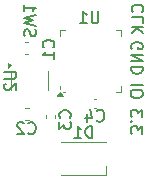
<source format=gbr>
%TF.GenerationSoftware,KiCad,Pcbnew,8.0.4*%
%TF.CreationDate,2024-07-28T22:04:51+02:00*%
%TF.ProjectId,miniCO2,6d696e69-434f-4322-9e6b-696361645f70,rev?*%
%TF.SameCoordinates,Original*%
%TF.FileFunction,Legend,Bot*%
%TF.FilePolarity,Positive*%
%FSLAX46Y46*%
G04 Gerber Fmt 4.6, Leading zero omitted, Abs format (unit mm)*
G04 Created by KiCad (PCBNEW 8.0.4) date 2024-07-28 22:04:51*
%MOMM*%
%LPD*%
G01*
G04 APERTURE LIST*
%ADD10C,0.150000*%
%ADD11C,0.120000*%
G04 APERTURE END LIST*
D10*
X146459580Y-84093207D02*
X146507200Y-84045588D01*
X146507200Y-84045588D02*
X146554819Y-83902731D01*
X146554819Y-83902731D02*
X146554819Y-83807493D01*
X146554819Y-83807493D02*
X146507200Y-83664636D01*
X146507200Y-83664636D02*
X146411961Y-83569398D01*
X146411961Y-83569398D02*
X146316723Y-83521779D01*
X146316723Y-83521779D02*
X146126247Y-83474160D01*
X146126247Y-83474160D02*
X145983390Y-83474160D01*
X145983390Y-83474160D02*
X145792914Y-83521779D01*
X145792914Y-83521779D02*
X145697676Y-83569398D01*
X145697676Y-83569398D02*
X145602438Y-83664636D01*
X145602438Y-83664636D02*
X145554819Y-83807493D01*
X145554819Y-83807493D02*
X145554819Y-83902731D01*
X145554819Y-83902731D02*
X145602438Y-84045588D01*
X145602438Y-84045588D02*
X145650057Y-84093207D01*
X146554819Y-84997969D02*
X146554819Y-84521779D01*
X146554819Y-84521779D02*
X145554819Y-84521779D01*
X146554819Y-85331303D02*
X145554819Y-85331303D01*
X146554819Y-85902731D02*
X145983390Y-85474160D01*
X145554819Y-85902731D02*
X146126247Y-85331303D01*
X145555438Y-87220588D02*
X145507819Y-87125350D01*
X145507819Y-87125350D02*
X145507819Y-86982493D01*
X145507819Y-86982493D02*
X145555438Y-86839636D01*
X145555438Y-86839636D02*
X145650676Y-86744398D01*
X145650676Y-86744398D02*
X145745914Y-86696779D01*
X145745914Y-86696779D02*
X145936390Y-86649160D01*
X145936390Y-86649160D02*
X146079247Y-86649160D01*
X146079247Y-86649160D02*
X146269723Y-86696779D01*
X146269723Y-86696779D02*
X146364961Y-86744398D01*
X146364961Y-86744398D02*
X146460200Y-86839636D01*
X146460200Y-86839636D02*
X146507819Y-86982493D01*
X146507819Y-86982493D02*
X146507819Y-87077731D01*
X146507819Y-87077731D02*
X146460200Y-87220588D01*
X146460200Y-87220588D02*
X146412580Y-87268207D01*
X146412580Y-87268207D02*
X146079247Y-87268207D01*
X146079247Y-87268207D02*
X146079247Y-87077731D01*
X146507819Y-87696779D02*
X145507819Y-87696779D01*
X145507819Y-87696779D02*
X146507819Y-88268207D01*
X146507819Y-88268207D02*
X145507819Y-88268207D01*
X146507819Y-88744398D02*
X145507819Y-88744398D01*
X145507819Y-88744398D02*
X145507819Y-88982493D01*
X145507819Y-88982493D02*
X145555438Y-89125350D01*
X145555438Y-89125350D02*
X145650676Y-89220588D01*
X145650676Y-89220588D02*
X145745914Y-89268207D01*
X145745914Y-89268207D02*
X145936390Y-89315826D01*
X145936390Y-89315826D02*
X146079247Y-89315826D01*
X146079247Y-89315826D02*
X146269723Y-89268207D01*
X146269723Y-89268207D02*
X146364961Y-89220588D01*
X146364961Y-89220588D02*
X146460200Y-89125350D01*
X146460200Y-89125350D02*
X146507819Y-88982493D01*
X146507819Y-88982493D02*
X146507819Y-88744398D01*
X146478619Y-90252779D02*
X145478619Y-90252779D01*
X145478619Y-90919445D02*
X145478619Y-91109921D01*
X145478619Y-91109921D02*
X145526238Y-91205159D01*
X145526238Y-91205159D02*
X145621476Y-91300397D01*
X145621476Y-91300397D02*
X145811952Y-91348016D01*
X145811952Y-91348016D02*
X146145285Y-91348016D01*
X146145285Y-91348016D02*
X146335761Y-91300397D01*
X146335761Y-91300397D02*
X146431000Y-91205159D01*
X146431000Y-91205159D02*
X146478619Y-91109921D01*
X146478619Y-91109921D02*
X146478619Y-90919445D01*
X146478619Y-90919445D02*
X146431000Y-90824207D01*
X146431000Y-90824207D02*
X146335761Y-90728969D01*
X146335761Y-90728969D02*
X146145285Y-90681350D01*
X146145285Y-90681350D02*
X145811952Y-90681350D01*
X145811952Y-90681350D02*
X145621476Y-90728969D01*
X145621476Y-90728969D02*
X145526238Y-90824207D01*
X145526238Y-90824207D02*
X145478619Y-90919445D01*
X146468980Y-94398858D02*
X146468980Y-93779811D01*
X146468980Y-93779811D02*
X146088028Y-94113144D01*
X146088028Y-94113144D02*
X146088028Y-93970287D01*
X146088028Y-93970287D02*
X146040409Y-93875049D01*
X146040409Y-93875049D02*
X145992790Y-93827430D01*
X145992790Y-93827430D02*
X145897552Y-93779811D01*
X145897552Y-93779811D02*
X145659457Y-93779811D01*
X145659457Y-93779811D02*
X145564219Y-93827430D01*
X145564219Y-93827430D02*
X145516600Y-93875049D01*
X145516600Y-93875049D02*
X145468980Y-93970287D01*
X145468980Y-93970287D02*
X145468980Y-94256001D01*
X145468980Y-94256001D02*
X145516600Y-94351239D01*
X145516600Y-94351239D02*
X145564219Y-94398858D01*
X145564219Y-93351239D02*
X145516600Y-93303620D01*
X145516600Y-93303620D02*
X145468980Y-93351239D01*
X145468980Y-93351239D02*
X145516600Y-93398858D01*
X145516600Y-93398858D02*
X145564219Y-93351239D01*
X145564219Y-93351239D02*
X145468980Y-93351239D01*
X146468980Y-92970287D02*
X146468980Y-92351240D01*
X146468980Y-92351240D02*
X146088028Y-92684573D01*
X146088028Y-92684573D02*
X146088028Y-92541716D01*
X146088028Y-92541716D02*
X146040409Y-92446478D01*
X146040409Y-92446478D02*
X145992790Y-92398859D01*
X145992790Y-92398859D02*
X145897552Y-92351240D01*
X145897552Y-92351240D02*
X145659457Y-92351240D01*
X145659457Y-92351240D02*
X145564219Y-92398859D01*
X145564219Y-92398859D02*
X145516600Y-92446478D01*
X145516600Y-92446478D02*
X145468980Y-92541716D01*
X145468980Y-92541716D02*
X145468980Y-92827430D01*
X145468980Y-92827430D02*
X145516600Y-92922668D01*
X145516600Y-92922668D02*
X145564219Y-92970287D01*
X142747904Y-84036819D02*
X142747904Y-84846342D01*
X142747904Y-84846342D02*
X142700285Y-84941580D01*
X142700285Y-84941580D02*
X142652666Y-84989200D01*
X142652666Y-84989200D02*
X142557428Y-85036819D01*
X142557428Y-85036819D02*
X142366952Y-85036819D01*
X142366952Y-85036819D02*
X142271714Y-84989200D01*
X142271714Y-84989200D02*
X142224095Y-84941580D01*
X142224095Y-84941580D02*
X142176476Y-84846342D01*
X142176476Y-84846342D02*
X142176476Y-84036819D01*
X141176476Y-85036819D02*
X141747904Y-85036819D01*
X141462190Y-85036819D02*
X141462190Y-84036819D01*
X141462190Y-84036819D02*
X141557428Y-84179676D01*
X141557428Y-84179676D02*
X141652666Y-84274914D01*
X141652666Y-84274914D02*
X141747904Y-84322533D01*
X136498800Y-86147220D02*
X136451180Y-86004363D01*
X136451180Y-86004363D02*
X136451180Y-85766268D01*
X136451180Y-85766268D02*
X136498800Y-85671030D01*
X136498800Y-85671030D02*
X136546419Y-85623411D01*
X136546419Y-85623411D02*
X136641657Y-85575792D01*
X136641657Y-85575792D02*
X136736895Y-85575792D01*
X136736895Y-85575792D02*
X136832133Y-85623411D01*
X136832133Y-85623411D02*
X136879752Y-85671030D01*
X136879752Y-85671030D02*
X136927371Y-85766268D01*
X136927371Y-85766268D02*
X136974990Y-85956744D01*
X136974990Y-85956744D02*
X137022609Y-86051982D01*
X137022609Y-86051982D02*
X137070228Y-86099601D01*
X137070228Y-86099601D02*
X137165466Y-86147220D01*
X137165466Y-86147220D02*
X137260704Y-86147220D01*
X137260704Y-86147220D02*
X137355942Y-86099601D01*
X137355942Y-86099601D02*
X137403561Y-86051982D01*
X137403561Y-86051982D02*
X137451180Y-85956744D01*
X137451180Y-85956744D02*
X137451180Y-85718649D01*
X137451180Y-85718649D02*
X137403561Y-85575792D01*
X137451180Y-85242458D02*
X136451180Y-85004363D01*
X136451180Y-85004363D02*
X137165466Y-84813887D01*
X137165466Y-84813887D02*
X136451180Y-84623411D01*
X136451180Y-84623411D02*
X137451180Y-84385316D01*
X136451180Y-83480554D02*
X136451180Y-84051982D01*
X136451180Y-83766268D02*
X137451180Y-83766268D01*
X137451180Y-83766268D02*
X137308323Y-83861506D01*
X137308323Y-83861506D02*
X137213085Y-83956744D01*
X137213085Y-83956744D02*
X137165466Y-84051982D01*
X142216094Y-94749419D02*
X142216094Y-93749419D01*
X142216094Y-93749419D02*
X141977999Y-93749419D01*
X141977999Y-93749419D02*
X141835142Y-93797038D01*
X141835142Y-93797038D02*
X141739904Y-93892276D01*
X141739904Y-93892276D02*
X141692285Y-93987514D01*
X141692285Y-93987514D02*
X141644666Y-94177990D01*
X141644666Y-94177990D02*
X141644666Y-94320847D01*
X141644666Y-94320847D02*
X141692285Y-94511323D01*
X141692285Y-94511323D02*
X141739904Y-94606561D01*
X141739904Y-94606561D02*
X141835142Y-94701800D01*
X141835142Y-94701800D02*
X141977999Y-94749419D01*
X141977999Y-94749419D02*
X142216094Y-94749419D01*
X140692285Y-94749419D02*
X141263713Y-94749419D01*
X140977999Y-94749419D02*
X140977999Y-93749419D01*
X140977999Y-93749419D02*
X141073237Y-93892276D01*
X141073237Y-93892276D02*
X141168475Y-93987514D01*
X141168475Y-93987514D02*
X141263713Y-94035133D01*
X134785019Y-89154095D02*
X135594542Y-89154095D01*
X135594542Y-89154095D02*
X135689780Y-89201714D01*
X135689780Y-89201714D02*
X135737400Y-89249333D01*
X135737400Y-89249333D02*
X135785019Y-89344571D01*
X135785019Y-89344571D02*
X135785019Y-89535047D01*
X135785019Y-89535047D02*
X135737400Y-89630285D01*
X135737400Y-89630285D02*
X135689780Y-89677904D01*
X135689780Y-89677904D02*
X135594542Y-89725523D01*
X135594542Y-89725523D02*
X134785019Y-89725523D01*
X134880257Y-90154095D02*
X134832638Y-90201714D01*
X134832638Y-90201714D02*
X134785019Y-90296952D01*
X134785019Y-90296952D02*
X134785019Y-90535047D01*
X134785019Y-90535047D02*
X134832638Y-90630285D01*
X134832638Y-90630285D02*
X134880257Y-90677904D01*
X134880257Y-90677904D02*
X134975495Y-90725523D01*
X134975495Y-90725523D02*
X135070733Y-90725523D01*
X135070733Y-90725523D02*
X135213590Y-90677904D01*
X135213590Y-90677904D02*
X135785019Y-90106476D01*
X135785019Y-90106476D02*
X135785019Y-90725523D01*
X136818666Y-94339580D02*
X136866285Y-94387200D01*
X136866285Y-94387200D02*
X137009142Y-94434819D01*
X137009142Y-94434819D02*
X137104380Y-94434819D01*
X137104380Y-94434819D02*
X137247237Y-94387200D01*
X137247237Y-94387200D02*
X137342475Y-94291961D01*
X137342475Y-94291961D02*
X137390094Y-94196723D01*
X137390094Y-94196723D02*
X137437713Y-94006247D01*
X137437713Y-94006247D02*
X137437713Y-93863390D01*
X137437713Y-93863390D02*
X137390094Y-93672914D01*
X137390094Y-93672914D02*
X137342475Y-93577676D01*
X137342475Y-93577676D02*
X137247237Y-93482438D01*
X137247237Y-93482438D02*
X137104380Y-93434819D01*
X137104380Y-93434819D02*
X137009142Y-93434819D01*
X137009142Y-93434819D02*
X136866285Y-93482438D01*
X136866285Y-93482438D02*
X136818666Y-93530057D01*
X136437713Y-93530057D02*
X136390094Y-93482438D01*
X136390094Y-93482438D02*
X136294856Y-93434819D01*
X136294856Y-93434819D02*
X136056761Y-93434819D01*
X136056761Y-93434819D02*
X135961523Y-93482438D01*
X135961523Y-93482438D02*
X135913904Y-93530057D01*
X135913904Y-93530057D02*
X135866285Y-93625295D01*
X135866285Y-93625295D02*
X135866285Y-93720533D01*
X135866285Y-93720533D02*
X135913904Y-93863390D01*
X135913904Y-93863390D02*
X136485332Y-94434819D01*
X136485332Y-94434819D02*
X135866285Y-94434819D01*
X140313580Y-93051333D02*
X140361200Y-93003714D01*
X140361200Y-93003714D02*
X140408819Y-92860857D01*
X140408819Y-92860857D02*
X140408819Y-92765619D01*
X140408819Y-92765619D02*
X140361200Y-92622762D01*
X140361200Y-92622762D02*
X140265961Y-92527524D01*
X140265961Y-92527524D02*
X140170723Y-92479905D01*
X140170723Y-92479905D02*
X139980247Y-92432286D01*
X139980247Y-92432286D02*
X139837390Y-92432286D01*
X139837390Y-92432286D02*
X139646914Y-92479905D01*
X139646914Y-92479905D02*
X139551676Y-92527524D01*
X139551676Y-92527524D02*
X139456438Y-92622762D01*
X139456438Y-92622762D02*
X139408819Y-92765619D01*
X139408819Y-92765619D02*
X139408819Y-92860857D01*
X139408819Y-92860857D02*
X139456438Y-93003714D01*
X139456438Y-93003714D02*
X139504057Y-93051333D01*
X139408819Y-93384667D02*
X139408819Y-94003714D01*
X139408819Y-94003714D02*
X139789771Y-93670381D01*
X139789771Y-93670381D02*
X139789771Y-93813238D01*
X139789771Y-93813238D02*
X139837390Y-93908476D01*
X139837390Y-93908476D02*
X139885009Y-93956095D01*
X139885009Y-93956095D02*
X139980247Y-94003714D01*
X139980247Y-94003714D02*
X140218342Y-94003714D01*
X140218342Y-94003714D02*
X140313580Y-93956095D01*
X140313580Y-93956095D02*
X140361200Y-93908476D01*
X140361200Y-93908476D02*
X140408819Y-93813238D01*
X140408819Y-93813238D02*
X140408819Y-93527524D01*
X140408819Y-93527524D02*
X140361200Y-93432286D01*
X140361200Y-93432286D02*
X140313580Y-93384667D01*
X138916580Y-87082333D02*
X138964200Y-87034714D01*
X138964200Y-87034714D02*
X139011819Y-86891857D01*
X139011819Y-86891857D02*
X139011819Y-86796619D01*
X139011819Y-86796619D02*
X138964200Y-86653762D01*
X138964200Y-86653762D02*
X138868961Y-86558524D01*
X138868961Y-86558524D02*
X138773723Y-86510905D01*
X138773723Y-86510905D02*
X138583247Y-86463286D01*
X138583247Y-86463286D02*
X138440390Y-86463286D01*
X138440390Y-86463286D02*
X138249914Y-86510905D01*
X138249914Y-86510905D02*
X138154676Y-86558524D01*
X138154676Y-86558524D02*
X138059438Y-86653762D01*
X138059438Y-86653762D02*
X138011819Y-86796619D01*
X138011819Y-86796619D02*
X138011819Y-86891857D01*
X138011819Y-86891857D02*
X138059438Y-87034714D01*
X138059438Y-87034714D02*
X138107057Y-87082333D01*
X139011819Y-88034714D02*
X139011819Y-87463286D01*
X139011819Y-87749000D02*
X138011819Y-87749000D01*
X138011819Y-87749000D02*
X138154676Y-87653762D01*
X138154676Y-87653762D02*
X138249914Y-87558524D01*
X138249914Y-87558524D02*
X138297533Y-87463286D01*
X142609866Y-93272780D02*
X142657485Y-93320400D01*
X142657485Y-93320400D02*
X142800342Y-93368019D01*
X142800342Y-93368019D02*
X142895580Y-93368019D01*
X142895580Y-93368019D02*
X143038437Y-93320400D01*
X143038437Y-93320400D02*
X143133675Y-93225161D01*
X143133675Y-93225161D02*
X143181294Y-93129923D01*
X143181294Y-93129923D02*
X143228913Y-92939447D01*
X143228913Y-92939447D02*
X143228913Y-92796590D01*
X143228913Y-92796590D02*
X143181294Y-92606114D01*
X143181294Y-92606114D02*
X143133675Y-92510876D01*
X143133675Y-92510876D02*
X143038437Y-92415638D01*
X143038437Y-92415638D02*
X142895580Y-92368019D01*
X142895580Y-92368019D02*
X142800342Y-92368019D01*
X142800342Y-92368019D02*
X142657485Y-92415638D01*
X142657485Y-92415638D02*
X142609866Y-92463257D01*
X141752723Y-92701352D02*
X141752723Y-93368019D01*
X141990818Y-92320400D02*
X142228913Y-93034685D01*
X142228913Y-93034685D02*
X141609866Y-93034685D01*
D11*
%TO.C,U1*%
X139477600Y-90609600D02*
X139477600Y-90374600D01*
X139477600Y-86104600D02*
X139477600Y-85629600D01*
X139777600Y-90849600D02*
X139952600Y-90849600D01*
X139477600Y-85629600D02*
X139952600Y-85629600D01*
X144697600Y-90849600D02*
X144222600Y-90849600D01*
X144697600Y-85629600D02*
X144222600Y-85629600D01*
X144697600Y-90374600D02*
X144697600Y-90849600D01*
X144697600Y-86104600D02*
X144697600Y-85629600D01*
X139717600Y-91179600D02*
X139237600Y-91179600D01*
X139477600Y-90849600D01*
X139717600Y-91179600D01*
G36*
X139717600Y-91179600D02*
G01*
X139237600Y-91179600D01*
X139477600Y-90849600D01*
X139717600Y-91179600D01*
G37*
%TO.C,D1*%
X139578000Y-95094600D02*
X143378000Y-95094600D01*
X143378000Y-97144600D02*
X143378000Y-97894600D01*
X139578000Y-97894600D02*
X143378000Y-97894600D01*
%TO.C,U2*%
X135330200Y-89116000D02*
X135330200Y-89916000D01*
X135330200Y-90716000D02*
X135330200Y-89916000D01*
X138450200Y-89116000D02*
X138450200Y-89916000D01*
X138450200Y-90716000D02*
X138450200Y-89916000D01*
X135380200Y-88616000D02*
X135050200Y-88856000D01*
X135050200Y-88376000D01*
X135380200Y-88616000D01*
G36*
X135380200Y-88616000D02*
G01*
X135050200Y-88856000D01*
X135050200Y-88376000D01*
X135380200Y-88616000D01*
G37*
%TO.C,C2*%
X136546420Y-92200000D02*
X136827580Y-92200000D01*
X136546420Y-93220000D02*
X136827580Y-93220000D01*
%TO.C,C3*%
X139044000Y-93071836D02*
X139044000Y-92856164D01*
X138324000Y-93071836D02*
X138324000Y-92856164D01*
%TO.C,C1*%
X136511420Y-86612000D02*
X136792580Y-86612000D01*
X136511420Y-87632000D02*
X136792580Y-87632000D01*
%TO.C,C4*%
X142335364Y-91486400D02*
X142551036Y-91486400D01*
X142335364Y-92206400D02*
X142551036Y-92206400D01*
%TD*%
M02*

</source>
